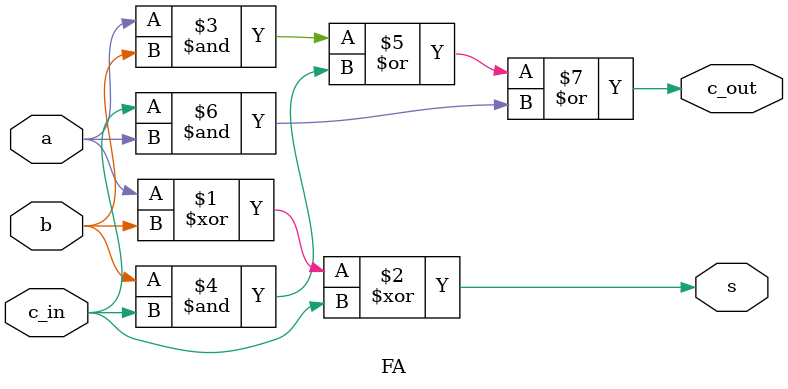
<source format=v>
`timescale 1ns / 1ps


module FA(a, b, c_in, s, c_out);
    input a,b,c_in;
    output s,c_out;

    assign s = a^b^c_in;
    assign c_out=(a&b)|(b&c_in)|(c_in&a);

endmodule

</source>
